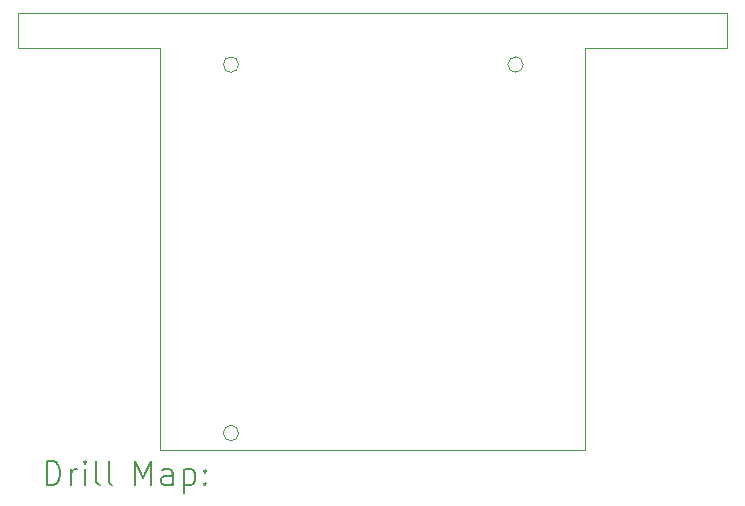
<source format=gbr>
%TF.GenerationSoftware,KiCad,Pcbnew,(7.0.0)*%
%TF.CreationDate,2024-02-07T16:47:58+08:00*%
%TF.ProjectId,revopod1,7265766f-706f-4643-912e-6b696361645f,rev?*%
%TF.SameCoordinates,Original*%
%TF.FileFunction,Drillmap*%
%TF.FilePolarity,Positive*%
%FSLAX45Y45*%
G04 Gerber Fmt 4.5, Leading zero omitted, Abs format (unit mm)*
G04 Created by KiCad (PCBNEW (7.0.0)) date 2024-02-07 16:47:58*
%MOMM*%
%LPD*%
G01*
G04 APERTURE LIST*
%ADD10C,0.100000*%
%ADD11C,0.200000*%
G04 APERTURE END LIST*
D10*
X8800000Y-10100000D02*
X10000000Y-10100000D01*
X8800000Y-10000000D02*
X8800000Y-10100000D01*
X10000000Y-10100000D02*
X10000000Y-13500000D01*
X10665000Y-13360000D02*
G75*
G03*
X10665000Y-13360000I-65000J0D01*
G01*
X14800000Y-10000000D02*
X14800000Y-10100000D01*
X13600000Y-10100000D02*
X14800000Y-10100000D01*
X14800000Y-10000000D02*
X14800000Y-9800000D01*
X13075000Y-10240000D02*
G75*
G03*
X13075000Y-10240000I-65000J0D01*
G01*
X8800000Y-9800000D02*
X8800000Y-10000000D01*
X10665000Y-10240000D02*
G75*
G03*
X10665000Y-10240000I-65000J0D01*
G01*
X13600000Y-10100000D02*
X13600000Y-13500000D01*
X13600000Y-13500000D02*
X10000000Y-13500000D01*
X14800000Y-9800000D02*
X8800000Y-9800000D01*
D11*
X9042619Y-13798476D02*
X9042619Y-13598476D01*
X9042619Y-13598476D02*
X9090238Y-13598476D01*
X9090238Y-13598476D02*
X9118810Y-13608000D01*
X9118810Y-13608000D02*
X9137857Y-13627048D01*
X9137857Y-13627048D02*
X9147381Y-13646095D01*
X9147381Y-13646095D02*
X9156905Y-13684190D01*
X9156905Y-13684190D02*
X9156905Y-13712762D01*
X9156905Y-13712762D02*
X9147381Y-13750857D01*
X9147381Y-13750857D02*
X9137857Y-13769905D01*
X9137857Y-13769905D02*
X9118810Y-13788952D01*
X9118810Y-13788952D02*
X9090238Y-13798476D01*
X9090238Y-13798476D02*
X9042619Y-13798476D01*
X9242619Y-13798476D02*
X9242619Y-13665143D01*
X9242619Y-13703238D02*
X9252143Y-13684190D01*
X9252143Y-13684190D02*
X9261667Y-13674667D01*
X9261667Y-13674667D02*
X9280714Y-13665143D01*
X9280714Y-13665143D02*
X9299762Y-13665143D01*
X9366429Y-13798476D02*
X9366429Y-13665143D01*
X9366429Y-13598476D02*
X9356905Y-13608000D01*
X9356905Y-13608000D02*
X9366429Y-13617524D01*
X9366429Y-13617524D02*
X9375952Y-13608000D01*
X9375952Y-13608000D02*
X9366429Y-13598476D01*
X9366429Y-13598476D02*
X9366429Y-13617524D01*
X9490238Y-13798476D02*
X9471190Y-13788952D01*
X9471190Y-13788952D02*
X9461667Y-13769905D01*
X9461667Y-13769905D02*
X9461667Y-13598476D01*
X9595000Y-13798476D02*
X9575952Y-13788952D01*
X9575952Y-13788952D02*
X9566429Y-13769905D01*
X9566429Y-13769905D02*
X9566429Y-13598476D01*
X9791190Y-13798476D02*
X9791190Y-13598476D01*
X9791190Y-13598476D02*
X9857857Y-13741333D01*
X9857857Y-13741333D02*
X9924524Y-13598476D01*
X9924524Y-13598476D02*
X9924524Y-13798476D01*
X10105476Y-13798476D02*
X10105476Y-13693714D01*
X10105476Y-13693714D02*
X10095952Y-13674667D01*
X10095952Y-13674667D02*
X10076905Y-13665143D01*
X10076905Y-13665143D02*
X10038809Y-13665143D01*
X10038809Y-13665143D02*
X10019762Y-13674667D01*
X10105476Y-13788952D02*
X10086429Y-13798476D01*
X10086429Y-13798476D02*
X10038809Y-13798476D01*
X10038809Y-13798476D02*
X10019762Y-13788952D01*
X10019762Y-13788952D02*
X10010238Y-13769905D01*
X10010238Y-13769905D02*
X10010238Y-13750857D01*
X10010238Y-13750857D02*
X10019762Y-13731809D01*
X10019762Y-13731809D02*
X10038809Y-13722286D01*
X10038809Y-13722286D02*
X10086429Y-13722286D01*
X10086429Y-13722286D02*
X10105476Y-13712762D01*
X10200714Y-13665143D02*
X10200714Y-13865143D01*
X10200714Y-13674667D02*
X10219762Y-13665143D01*
X10219762Y-13665143D02*
X10257857Y-13665143D01*
X10257857Y-13665143D02*
X10276905Y-13674667D01*
X10276905Y-13674667D02*
X10286429Y-13684190D01*
X10286429Y-13684190D02*
X10295952Y-13703238D01*
X10295952Y-13703238D02*
X10295952Y-13760381D01*
X10295952Y-13760381D02*
X10286429Y-13779428D01*
X10286429Y-13779428D02*
X10276905Y-13788952D01*
X10276905Y-13788952D02*
X10257857Y-13798476D01*
X10257857Y-13798476D02*
X10219762Y-13798476D01*
X10219762Y-13798476D02*
X10200714Y-13788952D01*
X10381667Y-13779428D02*
X10391190Y-13788952D01*
X10391190Y-13788952D02*
X10381667Y-13798476D01*
X10381667Y-13798476D02*
X10372143Y-13788952D01*
X10372143Y-13788952D02*
X10381667Y-13779428D01*
X10381667Y-13779428D02*
X10381667Y-13798476D01*
X10381667Y-13674667D02*
X10391190Y-13684190D01*
X10391190Y-13684190D02*
X10381667Y-13693714D01*
X10381667Y-13693714D02*
X10372143Y-13684190D01*
X10372143Y-13684190D02*
X10381667Y-13674667D01*
X10381667Y-13674667D02*
X10381667Y-13693714D01*
M02*

</source>
